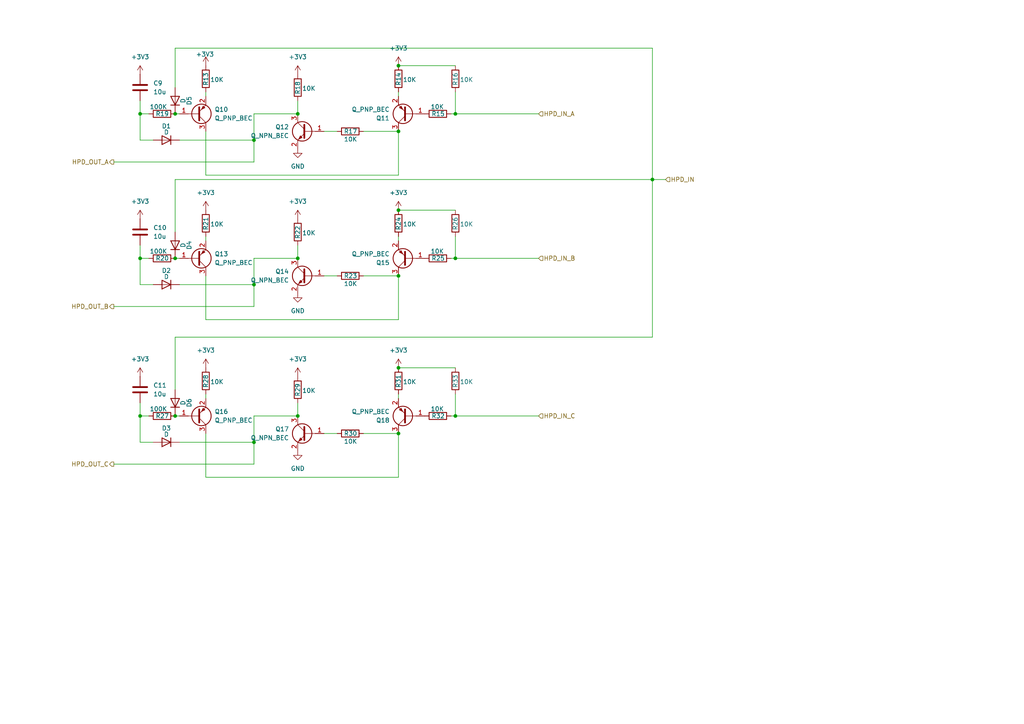
<source format=kicad_sch>
(kicad_sch (version 20250114) (generator "eeschema") (generator_version "9.0")
  (paper "A4")
  (lib_symbols
    (symbol "Device:C" (pin_numbers (hide yes)) (pin_names (offset 0.254))
      (property "Reference" "C" (at 0.635 2.54 0))
      (property "Value" "C" (at 0.635 -2.54 0))
      (symbol "C_0_1"
        (polyline (pts (xy -2.032 0.762) (xy 2.032 0.762)) (stroke (width 0.508)))
        (polyline (pts (xy -2.032 -0.762) (xy 2.032 -0.762)) (stroke (width 0.508)))
      )
      (symbol "C_1_1"
        (pin passive line (at 0 3.81 270) (length 2.794) (name "~") (number "1"))
        (pin passive line (at 0 -3.81 90) (length 2.794) (name "~") (number "2"))
      )
    )
    (symbol "Device:D" (pin_numbers (hide yes)) (pin_names (offset 1.016) (hide yes))
      (property "Reference" "D" (at 0 2.54 0))
      (property "Value" "D" (at 0 -2.54 0))
      (symbol "D_0_1"
        (polyline (pts (xy -1.27 1.27) (xy -1.27 -1.27)) (stroke (width 0.254)))
        (polyline (pts (xy 1.27 1.27) (xy 1.27 -1.27) (xy -1.27 0) (xy 1.27 1.27)) (stroke (width 0.254)))
        (polyline (pts (xy 1.27 0) (xy -1.27 0)))
      )
      (symbol "D_1_1"
        (pin passive line (at -3.81 0 0) (length 2.54) (name "K") (number "1"))
        (pin passive line (at 3.81 0 180) (length 2.54) (name "A") (number "2"))
      )
    )
    (symbol "Device:R" (pin_numbers (hide yes)) (pin_names (offset 0))
      (property "Reference" "R" (at 2.032 0 90))
      (property "Value" "R" (at 0 0 90))
      (symbol "R_0_1"
        (rectangle (start -1.016 -2.54) (end 1.016 2.54) (stroke (width 0.254)))
      )
      (symbol "R_1_1"
        (pin passive line (at 0 3.81 270) (length 1.27) (name "~") (number "1"))
        (pin passive line (at 0 -3.81 90) (length 1.27) (name "~") (number "2"))
      )
    )
    (symbol "Transistor_BJT:Q_NPN_BEC" (pin_names (offset 0) (hide yes))
      (property "Reference" "Q" (at 5.08 1.27 0))
      (property "Value" "Q_NPN_BEC" (at 5.08 -1.27 0))
      (symbol "Q_NPN_BEC_0_1"
        (polyline (pts (xy -2.54 0) (xy 0.635 0)))
        (polyline (pts (xy 0.635 1.905) (xy 0.635 -1.905)) (stroke (width 0.508)))
        (circle (center 1.27 0) (radius 2.8194) (stroke (width 0.254)))
      )
      (symbol "Q_NPN_BEC_1_1"
        (polyline (pts (xy 0.635 0.635) (xy 2.54 2.54)))
        (polyline (pts (xy 0.635 -0.635) (xy 2.54 -2.54)))
        (polyline (pts (xy 1.27 -1.778) (xy 1.778 -1.27) (xy 2.286 -2.286) (xy 1.27 -1.778)) (fill (type outline)))
        (pin input line (at -5.08 0 0) (length 2.54) (name "B") (number "1"))
        (pin passive line (at 2.54 5.08 270) (length 2.54) (name "C") (number "3"))
        (pin passive line (at 2.54 -5.08 90) (length 2.54) (name "E") (number "2"))
      )
    )
    (symbol "Transistor_BJT:Q_PNP_BEC" (pin_names (offset 0) (hide yes))
      (property "Reference" "Q" (at 5.08 1.27 0))
      (property "Value" "Q_PNP_BEC" (at 5.08 -1.27 0))
      (symbol "Q_PNP_BEC_0_1"
        (polyline (pts (xy -2.54 0) (xy 0.635 0)))
        (polyline (pts (xy 0.635 1.905) (xy 0.635 -1.905)) (stroke (width 0.508)))
        (polyline (pts (xy 0.635 0.635) (xy 2.54 2.54)))
        (polyline (pts (xy 0.635 -0.635) (xy 2.54 -2.54)))
        (circle (center 1.27 0) (radius 2.8194) (stroke (width 0.254)))
        (polyline (pts (xy 2.286 -1.778) (xy 1.778 -2.286) (xy 1.27 -1.27) (xy 2.286 -1.778)) (fill (type outline)))
      )
      (symbol "Q_PNP_BEC_1_1"
        (pin input line (at -5.08 0 0) (length 2.54) (name "B") (number "1"))
        (pin passive line (at 2.54 5.08 270) (length 2.54) (name "C") (number "3"))
        (pin passive line (at 2.54 -5.08 90) (length 2.54) (name "E") (number "2"))
      )
    )
    (symbol "power:+3V3" (power) (pin_numbers (hide yes)) (pin_names (offset 0) (hide yes))
      (property "Value" "+3V3" (at 0 3.556 0))
      (symbol "+3V3_0_1"
        (polyline (pts (xy -0.762 1.27) (xy 0 2.54)))
        (polyline (pts (xy 0 2.54) (xy 0.762 1.27)))
        (polyline (pts (xy 0 0) (xy 0 2.54)))
      )
      (symbol "+3V3_1_1"
        (pin power_in line (at 0 0 90) (length 0) (name "~") (number "1"))
      )
    )
    (symbol "power:GND" (power) (pin_numbers (hide yes)) (pin_names (offset 0) (hide yes))
      (property "Value" "GND" (at 0 -3.81 0))
      (symbol "GND_0_1"
        (polyline (pts (xy 0 0) (xy 0 -1.27) (xy 1.27 -1.27) (xy 0 -2.54) (xy -1.27 -1.27) (xy 0 -1.27)))
      )
      (symbol "GND_1_1"
        (pin power_in line (at 0 0 270) (length 0) (name "~") (number "1"))
      )
    )
  )
  (junction (at 115.57 19.05))
  (junction (at 132.08 33.02))
  (junction (at 73.66 82.55))
  (junction (at 50.8 33.02))
  (junction (at 115.57 80.01))
  (junction (at 50.8 120.65))
  (junction (at 73.66 128.27))
  (junction (at 86.36 33.02))
  (junction (at 115.57 125.73))
  (junction (at 132.08 74.93))
  (junction (at 189.23 52.07))
  (junction (at 115.57 38.1))
  (junction (at 86.36 74.93))
  (junction (at 40.64 120.65))
  (junction (at 50.8 74.93))
  (junction (at 86.36 120.65))
  (junction (at 73.66 40.64))
  (junction (at 115.57 106.68))
  (junction (at 40.64 74.93))
  (junction (at 115.57 60.96))
  (junction (at 132.08 120.65))
  (junction (at 40.64 33.02))
  (wire (pts (xy 50.8 67.31) (xy 50.8 52.07)))
  (wire (pts (xy 33.02 46.99) (xy 73.66 46.99)))
  (wire (pts (xy 115.57 114.3) (xy 115.57 115.57)))
  (wire (pts (xy 86.36 29.21) (xy 86.36 33.02)))
  (wire (pts (xy 50.8 97.79) (xy 189.23 97.79)))
  (wire (pts (xy 50.8 33.02) (xy 52.07 33.02)))
  (wire (pts (xy 59.69 69.85) (xy 59.69 68.58)))
  (wire (pts (xy 115.57 125.73) (xy 115.57 138.43)))
  (wire (pts (xy 132.08 33.02) (xy 156.21 33.02)))
  (wire (pts (xy 59.69 115.57) (xy 59.69 114.3)))
  (wire (pts (xy 73.66 82.55) (xy 73.66 88.9)))
  (wire (pts (xy 93.98 38.1) (xy 97.79 38.1)))
  (wire (pts (xy 59.69 27.94) (xy 59.69 26.67)))
  (wire (pts (xy 40.64 33.02) (xy 40.64 40.64)))
  (wire (pts (xy 189.23 52.07) (xy 193.04 52.07)))
  (wire (pts (xy 43.18 74.93) (xy 40.64 74.93)))
  (wire (pts (xy 73.66 33.02) (xy 73.66 40.64)))
  (wire (pts (xy 50.8 25.4) (xy 50.8 13.97)))
  (wire (pts (xy 115.57 80.01) (xy 115.57 92.71)))
  (wire (pts (xy 132.08 74.93) (xy 130.81 74.93)))
  (wire (pts (xy 44.45 128.27) (xy 40.64 128.27)))
  (wire (pts (xy 43.18 33.02) (xy 40.64 33.02)))
  (wire (pts (xy 115.57 19.05) (xy 132.08 19.05)))
  (wire (pts (xy 86.36 120.65) (xy 73.66 120.65)))
  (wire (pts (xy 73.66 128.27) (xy 73.66 134.62)))
  (wire (pts (xy 86.36 116.84) (xy 86.36 120.65)))
  (wire (pts (xy 132.08 74.93) (xy 156.21 74.93)))
  (wire (pts (xy 189.23 97.79) (xy 189.23 52.07)))
  (wire (pts (xy 132.08 120.65) (xy 156.21 120.65)))
  (wire (pts (xy 132.08 120.65) (xy 130.81 120.65)))
  (wire (pts (xy 44.45 82.55) (xy 40.64 82.55)))
  (wire (pts (xy 115.57 38.1) (xy 115.57 50.8)))
  (wire (pts (xy 115.57 68.58) (xy 115.57 69.85)))
  (wire (pts (xy 40.64 120.65) (xy 40.64 128.27)))
  (wire (pts (xy 50.8 74.93) (xy 52.07 74.93)))
  (wire (pts (xy 52.07 128.27) (xy 73.66 128.27)))
  (wire (pts (xy 132.08 26.67) (xy 132.08 33.02)))
  (wire (pts (xy 50.8 13.97) (xy 189.23 13.97)))
  (wire (pts (xy 59.69 80.01) (xy 59.69 92.71)))
  (wire (pts (xy 115.57 60.96) (xy 132.08 60.96)))
  (wire (pts (xy 93.98 125.73) (xy 97.79 125.73)))
  (wire (pts (xy 59.69 38.1) (xy 59.69 50.8)))
  (wire (pts (xy 50.8 113.03) (xy 50.8 97.79)))
  (wire (pts (xy 40.64 116.84) (xy 40.64 120.65)))
  (wire (pts (xy 189.23 13.97) (xy 189.23 52.07)))
  (wire (pts (xy 105.41 80.01) (xy 115.57 80.01)))
  (wire (pts (xy 86.36 74.93) (xy 73.66 74.93)))
  (wire (pts (xy 105.41 38.1) (xy 115.57 38.1)))
  (wire (pts (xy 115.57 138.43) (xy 59.69 138.43)))
  (wire (pts (xy 86.36 33.02) (xy 73.66 33.02)))
  (wire (pts (xy 59.69 125.73) (xy 59.69 138.43)))
  (wire (pts (xy 115.57 50.8) (xy 59.69 50.8)))
  (wire (pts (xy 132.08 68.58) (xy 132.08 74.93)))
  (wire (pts (xy 132.08 33.02) (xy 130.81 33.02)))
  (wire (pts (xy 52.07 40.64) (xy 73.66 40.64)))
  (wire (pts (xy 40.64 74.93) (xy 40.64 82.55)))
  (wire (pts (xy 86.36 71.12) (xy 86.36 74.93)))
  (wire (pts (xy 40.64 29.21) (xy 40.64 33.02)))
  (wire (pts (xy 33.02 134.62) (xy 73.66 134.62)))
  (wire (pts (xy 43.18 120.65) (xy 40.64 120.65)))
  (wire (pts (xy 50.8 120.65) (xy 52.07 120.65)))
  (wire (pts (xy 52.07 82.55) (xy 73.66 82.55)))
  (wire (pts (xy 105.41 125.73) (xy 115.57 125.73)))
  (wire (pts (xy 115.57 92.71) (xy 59.69 92.71)))
  (wire (pts (xy 73.66 40.64) (xy 73.66 46.99)))
  (wire (pts (xy 40.64 71.12) (xy 40.64 74.93)))
  (wire (pts (xy 44.45 40.64) (xy 40.64 40.64)))
  (wire (pts (xy 93.98 80.01) (xy 97.79 80.01)))
  (wire (pts (xy 50.8 52.07) (xy 189.23 52.07)))
  (wire (pts (xy 115.57 106.68) (xy 132.08 106.68)))
  (wire (pts (xy 115.57 26.67) (xy 115.57 27.94)))
  (wire (pts (xy 33.02 88.9) (xy 73.66 88.9)))
  (wire (pts (xy 132.08 114.3) (xy 132.08 120.65)))
  (wire (pts (xy 73.66 74.93) (xy 73.66 82.55)))
  (wire (pts (xy 73.66 120.65) (xy 73.66 128.27)))
  (hierarchical_label "HPD_OUT_A" (shape output) (at 33.02 46.99 180))
  (hierarchical_label "HPD_IN_C" (shape input) (at 156.21 120.65 0))
  (hierarchical_label "HPD_OUT_C" (shape output) (at 33.02 134.62 180))
  (hierarchical_label "HPD_OUT_B" (shape output) (at 33.02 88.9 180))
  (hierarchical_label "HPD_IN" (shape input) (at 193.04 52.07 0))
  (hierarchical_label "HPD_IN_B" (shape input) (at 156.21 74.93 0))
  (hierarchical_label "HPD_IN_A" (shape input) (at 156.21 33.02 0))
  (symbol (lib_id "Device:R") (at 86.36 25.4 0) (unit 1)
    (property "Reference" "R18" (at 86.36 27.432 90) (effects (justify left)))
    (property "Value" "10K" (at 87.63 25.654 0) (effects (justify left)))
    (property "Footprint" "Resistor_SMD:R_0402_1005Metric" (effects (hide yes)))
    (property "Description" "Resistor" (effects (hide yes)))
    (property "LCSC" "C102759" (effects (hide yes)))
    (property "LCSC Part" "C102759" (effects (hide yes)))
  )
  (symbol (lib_id "Transistor_BJT:Q_PNP_BEC") (at 57.15 74.93 0) (mirror x) (unit 1)
    (property "Reference" "Q13" (at 62.23 73.6599 0) (effects (justify left)))
    (property "Value" "Q_PNP_BEC" (at 62.23 76.1999 0) (effects (justify left)))
    (property "Footprint" "easyeda2kicad:SOT-23-3_L2.9-W1.3-P1.90-LS2.4-BR" (effects (hide yes)))
    (property "Description" "PNP transistor, base/emitter/collector" (effects (hide yes)))
    (property "LCSC" "C2891805" (effects (hide yes)))
    (property "LCSC Part" "C2891805" (effects (hide yes)))
  )
  (symbol (lib_id "power:+3V3") (at 86.36 21.59 0) (unit 1)
    (property "Reference" "#PWR019" (effects (hide yes)))
    (property "Value" "+3V3" (at 86.36 16.51 0))
    (property "Description" "Power symbol creates a global label with name \"+3V3\"" (effects (hide yes)))
  )
  (symbol (lib_id "power:+3V3") (at 59.69 60.96 0) (unit 1)
    (property "Reference" "#PWR023" (effects (hide yes)))
    (property "Value" "+3V3" (at 59.69 55.88 0))
    (property "Description" "Power symbol creates a global label with name \"+3V3\"" (effects (hide yes)))
  )
  (symbol (lib_id "power:GND") (at 86.36 43.18 0) (unit 1)
    (property "Reference" "#PWR021" (effects (hide yes)))
    (property "Value" "GND" (at 86.36 48.26 0))
    (property "Description" "Power symbol creates a global label with name \"GND\" , ground" (effects (hide yes)))
  )
  (symbol (lib_id "Device:D") (at 50.8 29.21 90) (unit 1)
    (property "Reference" "D5" (at 54.864 29.21 0))
    (property "Value" "D" (at 53.086 29.21 0))
    (property "Footprint" "easyeda2kicad:SOD-123FL_L2.8-W1.8-LS3.7-RD" (effects (hide yes)))
    (property "Description" "Diode" (effects (hide yes)))
    (property "Sim.Device" "D" (effects (hide yes)))
    (property "Sim.Pins" "1=K 2=A" (effects (hide yes)))
    (property "LCSC" "C5120763" (effects (hide yes)))
    (property "LCSC Part" "C5120763" (effects (hide yes)))
  )
  (symbol (lib_id "Device:R") (at 59.69 22.86 0) (unit 1)
    (property "Reference" "R13" (at 59.69 24.892 90) (effects (justify left)))
    (property "Value" "10K" (at 60.96 23.114 0) (effects (justify left)))
    (property "Footprint" "Resistor_SMD:R_0402_1005Metric" (effects (hide yes)))
    (property "Description" "Resistor" (effects (hide yes)))
    (property "LCSC" "C102759" (effects (hide yes)))
    (property "LCSC Part" "C102759" (effects (hide yes)))
  )
  (symbol (lib_id "Device:R") (at 46.99 74.93 90) (unit 1)
    (property "Reference" "R20" (at 49.022 74.93 90) (effects (justify left)))
    (property "Value" "100K" (at 48.514 72.898 90) (effects (justify left)))
    (property "Footprint" "Resistor_SMD:R_0402_1005Metric" (effects (hide yes)))
    (property "Description" "Resistor" (effects (hide yes)))
    (property "LCSC" "C3017514" (effects (hide yes)))
    (property "LCSC Part" "C3017514" (effects (hide yes)))
  )
  (symbol (lib_id "Device:D") (at 48.26 40.64 180) (unit 1)
    (property "Reference" "D1" (at 48.26 36.576 0))
    (property "Value" "D" (at 48.26 38.354 0))
    (property "Footprint" "easyeda2kicad:SOD-123FL_L2.8-W1.8-LS3.7-RD" (effects (hide yes)))
    (property "Description" "Diode" (effects (hide yes)))
    (property "Sim.Device" "D" (effects (hide yes)))
    (property "Sim.Pins" "1=K 2=A" (effects (hide yes)))
    (property "LCSC" "C5120763" (effects (hide yes)))
    (property "LCSC Part" "C5120763" (effects (hide yes)))
  )
  (symbol (lib_id "Transistor_BJT:Q_NPN_BEC") (at 88.9 80.01 0) (mirror y) (unit 1)
    (property "Reference" "Q14" (at 83.82 78.7399 0) (effects (justify left)))
    (property "Value" "Q_NPN_BEC" (at 83.82 81.2799 0) (effects (justify left)))
    (property "Footprint" "Package_TO_SOT_SMD:SOT-23" (effects (hide yes)))
    (property "Description" "NPN transistor, base/emitter/collector" (effects (hide yes)))
    (property "LCSC" "C5249680" (effects (hide yes)))
    (property "LCSC Part" "C5249680" (effects (hide yes)))
  )
  (symbol (lib_id "Device:R") (at 115.57 22.86 0) (unit 1)
    (property "Reference" "R14" (at 115.57 24.892 90) (effects (justify left)))
    (property "Value" "10K" (at 116.84 23.114 0) (effects (justify left)))
    (property "Footprint" "Resistor_SMD:R_0402_1005Metric" (effects (hide yes)))
    (property "Description" "Resistor" (effects (hide yes)))
    (property "LCSC" "C102759" (effects (hide yes)))
    (property "LCSC Part" "C102759" (effects (hide yes)))
  )
  (symbol (lib_id "Device:R") (at 59.69 64.77 0) (unit 1)
    (property "Reference" "R21" (at 59.69 66.802 90) (effects (justify left)))
    (property "Value" "10K" (at 60.96 65.024 0) (effects (justify left)))
    (property "Footprint" "Resistor_SMD:R_0402_1005Metric" (effects (hide yes)))
    (property "Description" "Resistor" (effects (hide yes)))
    (property "LCSC" "C102759" (effects (hide yes)))
    (property "LCSC Part" "C102759" (effects (hide yes)))
  )
  (symbol (lib_id "power:+3V3") (at 40.64 21.59 0) (unit 1)
    (property "Reference" "#PWR020" (effects (hide yes)))
    (property "Value" "+3V3" (at 40.64 16.51 0))
    (property "Description" "Power symbol creates a global label with name \"+3V3\"" (effects (hide yes)))
  )
  (symbol (lib_id "Device:R") (at 115.57 64.77 0) (unit 1)
    (property "Reference" "R24" (at 115.57 66.802 90) (effects (justify left)))
    (property "Value" "10K" (at 116.84 65.024 0) (effects (justify left)))
    (property "Footprint" "Resistor_SMD:R_0402_1005Metric" (effects (hide yes)))
    (property "Description" "Resistor" (effects (hide yes)))
    (property "LCSC" "C102759" (effects (hide yes)))
    (property "LCSC Part" "C102759" (effects (hide yes)))
  )
  (symbol (lib_id "Device:R") (at 115.57 110.49 0) (unit 1)
    (property "Reference" "R31" (at 115.57 112.522 90) (effects (justify left)))
    (property "Value" "10K" (at 116.84 110.744 0) (effects (justify left)))
    (property "Footprint" "Resistor_SMD:R_0402_1005Metric" (effects (hide yes)))
    (property "Description" "Resistor" (effects (hide yes)))
    (property "LCSC" "C102759" (effects (hide yes)))
    (property "LCSC Part" "C102759" (effects (hide yes)))
  )
  (symbol (lib_id "power:+3V3") (at 115.57 19.05 0) (unit 1)
    (property "Reference" "#PWR018" (effects (hide yes)))
    (property "Value" "+3V3" (at 115.57 13.97 0))
    (property "Description" "Power symbol creates a global label with name \"+3V3\"" (effects (hide yes)))
  )
  (symbol (lib_id "Device:D") (at 48.26 128.27 180) (unit 1)
    (property "Reference" "D3" (at 48.26 124.206 0))
    (property "Value" "D" (at 48.26 125.984 0))
    (property "Footprint" "easyeda2kicad:SOD-123FL_L2.8-W1.8-LS3.7-RD" (effects (hide yes)))
    (property "Description" "Diode" (effects (hide yes)))
    (property "Sim.Device" "D" (effects (hide yes)))
    (property "Sim.Pins" "1=K 2=A" (effects (hide yes)))
    (property "LCSC" "C5120763" (effects (hide yes)))
    (property "LCSC Part" "C5120763" (effects (hide yes)))
  )
  (symbol (lib_id "power:+3V3") (at 40.64 109.22 0) (unit 1)
    (property "Reference" "#PWR027" (effects (hide yes)))
    (property "Value" "+3V3" (at 40.64 104.14 0))
    (property "Description" "Power symbol creates a global label with name \"+3V3\"" (effects (hide yes)))
  )
  (symbol (lib_id "power:GND") (at 86.36 130.81 0) (unit 1)
    (property "Reference" "#PWR030" (effects (hide yes)))
    (property "Value" "GND" (at 86.36 135.89 0))
    (property "Description" "Power symbol creates a global label with name \"GND\" , ground" (effects (hide yes)))
  )
  (symbol (lib_id "Device:R") (at 132.08 110.49 0) (unit 1)
    (property "Reference" "R33" (at 132.08 112.522 90) (effects (justify left)))
    (property "Value" "10K" (at 133.35 110.744 0) (effects (justify left)))
    (property "Footprint" "Resistor_SMD:R_0402_1005Metric" (effects (hide yes)))
    (property "Description" "Resistor" (effects (hide yes)))
    (property "LCSC" "C102759" (effects (hide yes)))
    (property "LCSC Part" "C102759" (effects (hide yes)))
  )
  (symbol (lib_id "power:+3V3") (at 86.36 63.5 0) (unit 1)
    (property "Reference" "#PWR024" (effects (hide yes)))
    (property "Value" "+3V3" (at 86.36 58.42 0))
    (property "Description" "Power symbol creates a global label with name \"+3V3\"" (effects (hide yes)))
  )
  (symbol (lib_id "Device:D") (at 48.26 82.55 180) (unit 1)
    (property "Reference" "D2" (at 48.26 78.486 0))
    (property "Value" "D" (at 48.26 80.264 0))
    (property "Footprint" "easyeda2kicad:SOD-123FL_L2.8-W1.8-LS3.7-RD" (effects (hide yes)))
    (property "Description" "Diode" (effects (hide yes)))
    (property "Sim.Device" "D" (effects (hide yes)))
    (property "Sim.Pins" "1=K 2=A" (effects (hide yes)))
    (property "LCSC" "C5120763" (effects (hide yes)))
    (property "LCSC Part" "C5120763" (effects (hide yes)))
  )
  (symbol (lib_id "Device:R") (at 132.08 22.86 0) (unit 1)
    (property "Reference" "R16" (at 132.08 24.892 90) (effects (justify left)))
    (property "Value" "10K" (at 133.35 23.114 0) (effects (justify left)))
    (property "Footprint" "Resistor_SMD:R_0402_1005Metric" (effects (hide yes)))
    (property "Description" "Resistor" (effects (hide yes)))
    (property "LCSC" "C102759" (effects (hide yes)))
    (property "LCSC Part" "C102759" (effects (hide yes)))
  )
  (symbol (lib_id "Device:D") (at 50.8 116.84 90) (unit 1)
    (property "Reference" "D6" (at 54.864 116.84 0))
    (property "Value" "D" (at 53.086 116.84 0))
    (property "Footprint" "easyeda2kicad:SOD-123FL_L2.8-W1.8-LS3.7-RD" (effects (hide yes)))
    (property "Description" "Diode" (effects (hide yes)))
    (property "Sim.Device" "D" (effects (hide yes)))
    (property "Sim.Pins" "1=K 2=A" (effects (hide yes)))
    (property "LCSC" "C5120763" (effects (hide yes)))
    (property "LCSC Part" "C5120763" (effects (hide yes)))
  )
  (symbol (lib_id "power:+3V3") (at 59.69 19.05 0) (unit 1)
    (property "Reference" "#PWR017" (effects (hide yes)))
    (property "Value" "+3V3" (at 59.436 15.748 0))
    (property "Description" "Power symbol creates a global label with name \"+3V3\"" (effects (hide yes)))
  )
  (symbol (lib_id "Device:C") (at 40.64 113.03 0) (unit 1)
    (property "Reference" "C11" (at 44.45 111.7599 0) (effects (justify left)))
    (property "Value" "10u" (at 44.45 114.2999 0) (effects (justify left)))
    (property "Footprint" "Capacitor_SMD:C_0603_1608Metric" (effects (hide yes)))
    (property "Description" "Unpolarized capacitor" (effects (hide yes)))
    (property "LCSC" "C6119842" (effects (hide yes)))
    (property "LCSC Part" "C6119842" (effects (hide yes)))
  )
  (symbol (lib_id "Device:R") (at 101.6 38.1 90) (unit 1)
    (property "Reference" "R17" (at 103.632 38.1 90) (effects (justify left)))
    (property "Value" "10K" (at 103.632 40.386 90) (effects (justify left)))
    (property "Footprint" "Resistor_SMD:R_0402_1005Metric" (effects (hide yes)))
    (property "Description" "Resistor" (effects (hide yes)))
    (property "LCSC" "C102759" (effects (hide yes)))
    (property "LCSC Part" "C102759" (effects (hide yes)))
  )
  (symbol (lib_id "Device:R") (at 86.36 113.03 0) (unit 1)
    (property "Reference" "R29" (at 86.36 115.062 90) (effects (justify left)))
    (property "Value" "10K" (at 87.63 113.284 0) (effects (justify left)))
    (property "Footprint" "Resistor_SMD:R_0402_1005Metric" (effects (hide yes)))
    (property "Description" "Resistor" (effects (hide yes)))
    (property "LCSC" "C102759" (effects (hide yes)))
    (property "LCSC Part" "C102759" (effects (hide yes)))
  )
  (symbol (lib_id "Transistor_BJT:Q_NPN_BEC") (at 88.9 38.1 0) (mirror y) (unit 1)
    (property "Reference" "Q12" (at 83.82 36.8299 0) (effects (justify left)))
    (property "Value" "Q_NPN_BEC" (at 83.82 39.3699 0) (effects (justify left)))
    (property "Footprint" "Package_TO_SOT_SMD:SOT-23" (effects (hide yes)))
    (property "Description" "NPN transistor, base/emitter/collector" (effects (hide yes)))
    (property "LCSC" "C5249680" (effects (hide yes)))
    (property "LCSC Part" "C5249680" (effects (hide yes)))
  )
  (symbol (lib_id "power:+3V3") (at 115.57 60.96 0) (unit 1)
    (property "Reference" "#PWR026" (effects (hide yes)))
    (property "Value" "+3V3" (at 115.57 55.88 0))
    (property "Description" "Power symbol creates a global label with name \"+3V3\"" (effects (hide yes)))
  )
  (symbol (lib_id "Device:C") (at 40.64 67.31 0) (unit 1)
    (property "Reference" "C10" (at 44.45 66.0399 0) (effects (justify left)))
    (property "Value" "10u" (at 44.45 68.5799 0) (effects (justify left)))
    (property "Footprint" "Capacitor_SMD:C_0603_1608Metric" (effects (hide yes)))
    (property "Description" "Unpolarized capacitor" (effects (hide yes)))
    (property "LCSC" "C6119842" (effects (hide yes)))
    (property "LCSC Part" "C6119842" (effects (hide yes)))
  )
  (symbol (lib_id "Device:R") (at 127 120.65 90) (unit 1)
    (property "Reference" "R32" (at 129.032 120.65 90) (effects (justify left)))
    (property "Value" "10K" (at 128.778 118.618 90) (effects (justify left)))
    (property "Footprint" "Resistor_SMD:R_0402_1005Metric" (effects (hide yes)))
    (property "Description" "Resistor" (effects (hide yes)))
    (property "LCSC" "C102759" (effects (hide yes)))
    (property "LCSC Part" "C102759" (effects (hide yes)))
  )
  (symbol (lib_id "Device:D") (at 50.8 71.12 90) (unit 1)
    (property "Reference" "D4" (at 54.864 71.12 0))
    (property "Value" "D" (at 53.086 71.12 0))
    (property "Footprint" "easyeda2kicad:SOD-123FL_L2.8-W1.8-LS3.7-RD" (effects (hide yes)))
    (property "Description" "Diode" (effects (hide yes)))
    (property "Sim.Device" "D" (effects (hide yes)))
    (property "Sim.Pins" "1=K 2=A" (effects (hide yes)))
    (property "LCSC" "C5120763" (effects (hide yes)))
    (property "LCSC Part" "C5120763" (effects (hide yes)))
  )
  (symbol (lib_id "power:+3V3") (at 115.57 106.68 0) (unit 1)
    (property "Reference" "#PWR031" (effects (hide yes)))
    (property "Value" "+3V3" (at 115.57 101.6 0))
    (property "Description" "Power symbol creates a global label with name \"+3V3\"" (effects (hide yes)))
  )
  (symbol (lib_id "Device:R") (at 127 33.02 90) (unit 1)
    (property "Reference" "R15" (at 129.032 33.02 90) (effects (justify left)))
    (property "Value" "10K" (at 128.778 30.988 90) (effects (justify left)))
    (property "Footprint" "Resistor_SMD:R_0402_1005Metric" (effects (hide yes)))
    (property "Description" "Resistor" (effects (hide yes)))
    (property "LCSC" "C102759" (effects (hide yes)))
    (property "LCSC Part" "C102759" (effects (hide yes)))
  )
  (symbol (lib_id "Device:R") (at 59.69 110.49 0) (unit 1)
    (property "Reference" "R28" (at 59.69 112.522 90) (effects (justify left)))
    (property "Value" "10K" (at 60.96 110.744 0) (effects (justify left)))
    (property "Footprint" "Resistor_SMD:R_0402_1005Metric" (effects (hide yes)))
    (property "Description" "Resistor" (effects (hide yes)))
    (property "LCSC" "C102759" (effects (hide yes)))
    (property "LCSC Part" "C102759" (effects (hide yes)))
  )
  (symbol (lib_id "Device:R") (at 132.08 64.77 0) (unit 1)
    (property "Reference" "R26" (at 132.08 66.802 90) (effects (justify left)))
    (property "Value" "10K" (at 133.35 65.024 0) (effects (justify left)))
    (property "Footprint" "Resistor_SMD:R_0402_1005Metric" (effects (hide yes)))
    (property "Description" "Resistor" (effects (hide yes)))
    (property "LCSC" "C102759" (effects (hide yes)))
    (property "LCSC Part" "C102759" (effects (hide yes)))
  )
  (symbol (lib_id "Transistor_BJT:Q_NPN_BEC") (at 88.9 125.73 0) (mirror y) (unit 1)
    (property "Reference" "Q17" (at 83.82 124.4599 0) (effects (justify left)))
    (property "Value" "Q_NPN_BEC" (at 83.82 126.9999 0) (effects (justify left)))
    (property "Footprint" "Package_TO_SOT_SMD:SOT-23" (effects (hide yes)))
    (property "Description" "NPN transistor, base/emitter/collector" (effects (hide yes)))
    (property "LCSC" "C5249680" (effects (hide yes)))
    (property "LCSC Part" "C5249680" (effects (hide yes)))
  )
  (symbol (lib_id "Device:R") (at 101.6 80.01 90) (unit 1)
    (property "Reference" "R23" (at 103.632 80.01 90) (effects (justify left)))
    (property "Value" "10K" (at 103.632 82.296 90) (effects (justify left)))
    (property "Footprint" "Resistor_SMD:R_0402_1005Metric" (effects (hide yes)))
    (property "Description" "Resistor" (effects (hide yes)))
    (property "LCSC" "C102759" (effects (hide yes)))
    (property "LCSC Part" "C102759" (effects (hide yes)))
  )
  (symbol (lib_id "power:+3V3") (at 40.64 63.5 0) (unit 1)
    (property "Reference" "#PWR022" (effects (hide yes)))
    (property "Value" "+3V3" (at 40.64 58.42 0))
    (property "Description" "Power symbol creates a global label with name \"+3V3\"" (effects (hide yes)))
  )
  (symbol (lib_id "Transistor_BJT:Q_PNP_BEC") (at 118.11 33.02 180) (unit 1)
    (property "Reference" "Q11" (at 113.03 34.2901 0) (effects (justify left)))
    (property "Value" "Q_PNP_BEC" (at 113.03 31.7501 0) (effects (justify left)))
    (property "Footprint" "easyeda2kicad:SOT-23-3_L2.9-W1.3-P1.90-LS2.4-BR" (effects (hide yes)))
    (property "Description" "PNP transistor, base/emitter/collector" (effects (hide yes)))
    (property "LCSC" "C2891805" (effects (hide yes)))
    (property "LCSC Part" "C2891805" (effects (hide yes)))
  )
  (symbol (lib_id "Transistor_BJT:Q_PNP_BEC") (at 118.11 120.65 180) (unit 1)
    (property "Reference" "Q18" (at 113.03 121.9201 0) (effects (justify left)))
    (property "Value" "Q_PNP_BEC" (at 113.03 119.3801 0) (effects (justify left)))
    (property "Footprint" "easyeda2kicad:SOT-23-3_L2.9-W1.3-P1.90-LS2.4-BR" (effects (hide yes)))
    (property "Description" "PNP transistor, base/emitter/collector" (effects (hide yes)))
    (property "LCSC" "C2891805" (effects (hide yes)))
    (property "LCSC Part" "C2891805" (effects (hide yes)))
  )
  (symbol (lib_id "power:+3V3") (at 86.36 109.22 0) (unit 1)
    (property "Reference" "#PWR029" (effects (hide yes)))
    (property "Value" "+3V3" (at 86.36 104.14 0))
    (property "Description" "Power symbol creates a global label with name \"+3V3\"" (effects (hide yes)))
  )
  (symbol (lib_id "Device:R") (at 86.36 67.31 0) (unit 1)
    (property "Reference" "R22" (at 86.36 69.342 90) (effects (justify left)))
    (property "Value" "10K" (at 87.63 67.564 0) (effects (justify left)))
    (property "Footprint" "Resistor_SMD:R_0402_1005Metric" (effects (hide yes)))
    (property "Description" "Resistor" (effects (hide yes)))
    (property "LCSC" "C102759" (effects (hide yes)))
    (property "LCSC Part" "C102759" (effects (hide yes)))
  )
  (symbol (lib_id "Device:R") (at 46.99 33.02 90) (unit 1)
    (property "Reference" "R19" (at 49.022 33.02 90) (effects (justify left)))
    (property "Value" "100K" (at 48.514 30.988 90) (effects (justify left)))
    (property "Footprint" "Resistor_SMD:R_0402_1005Metric" (effects (hide yes)))
    (property "Description" "Resistor" (effects (hide yes)))
    (property "LCSC" "C3017514" (effects (hide yes)))
    (property "LCSC Part" "C3017514" (effects (hide yes)))
  )
  (symbol (lib_id "Device:R") (at 46.99 120.65 90) (unit 1)
    (property "Reference" "R27" (at 49.022 120.65 90) (effects (justify left)))
    (property "Value" "100K" (at 48.514 118.618 90) (effects (justify left)))
    (property "Footprint" "Resistor_SMD:R_0402_1005Metric" (effects (hide yes)))
    (property "Description" "Resistor" (effects (hide yes)))
    (property "LCSC" "C3017514" (effects (hide yes)))
    (property "LCSC Part" "C3017514" (effects (hide yes)))
  )
  (symbol (lib_id "Transistor_BJT:Q_PNP_BEC") (at 57.15 33.02 0) (mirror x) (unit 1)
    (property "Reference" "Q10" (at 62.23 31.7499 0) (effects (justify left)))
    (property "Value" "Q_PNP_BEC" (at 62.23 34.2899 0) (effects (justify left)))
    (property "Footprint" "easyeda2kicad:SOT-23-3_L2.9-W1.3-P1.90-LS2.4-BR" (effects (hide yes)))
    (property "Description" "PNP transistor, base/emitter/collector" (effects (hide yes)))
    (property "LCSC" "C2891805" (effects (hide yes)))
    (property "LCSC Part" "C2891805" (effects (hide yes)))
  )
  (symbol (lib_id "Device:C") (at 40.64 25.4 0) (unit 1)
    (property "Reference" "C9" (at 44.45 24.1299 0) (effects (justify left)))
    (property "Value" "10u" (at 44.45 26.6699 0) (effects (justify left)))
    (property "Footprint" "Capacitor_SMD:C_0603_1608Metric" (effects (hide yes)))
    (property "Description" "Unpolarized capacitor" (effects (hide yes)))
    (property "LCSC" "C6119842" (effects (hide yes)))
    (property "LCSC Part" "C6119842" (effects (hide yes)))
  )
  (symbol (lib_id "Device:R") (at 101.6 125.73 90) (unit 1)
    (property "Reference" "R30" (at 103.632 125.73 90) (effects (justify left)))
    (property "Value" "10K" (at 103.632 128.016 90) (effects (justify left)))
    (property "Footprint" "Resistor_SMD:R_0402_1005Metric" (effects (hide yes)))
    (property "Description" "Resistor" (effects (hide yes)))
    (property "LCSC" "C102759" (effects (hide yes)))
    (property "LCSC Part" "C102759" (effects (hide yes)))
  )
  (symbol (lib_id "Transistor_BJT:Q_PNP_BEC") (at 118.11 74.93 180) (unit 1)
    (property "Reference" "Q15" (at 113.03 76.2001 0) (effects (justify left)))
    (property "Value" "Q_PNP_BEC" (at 113.03 73.6601 0) (effects (justify left)))
    (property "Footprint" "easyeda2kicad:SOT-23-3_L2.9-W1.3-P1.90-LS2.4-BR" (effects (hide yes)))
    (property "Description" "PNP transistor, base/emitter/collector" (effects (hide yes)))
    (property "LCSC" "C2891805" (effects (hide yes)))
    (property "LCSC Part" "C2891805" (effects (hide yes)))
  )
  (symbol (lib_id "power:GND") (at 86.36 85.09 0) (unit 1)
    (property "Reference" "#PWR025" (effects (hide yes)))
    (property "Value" "GND" (at 86.36 90.17 0))
    (property "Description" "Power symbol creates a global label with name \"GND\" , ground" (effects (hide yes)))
  )
  (symbol (lib_id "power:+3V3") (at 59.69 106.68 0) (unit 1)
    (property "Reference" "#PWR028" (effects (hide yes)))
    (property "Value" "+3V3" (at 59.69 101.6 0))
    (property "Description" "Power symbol creates a global label with name \"+3V3\"" (effects (hide yes)))
  )
  (symbol (lib_id "Transistor_BJT:Q_PNP_BEC") (at 57.15 120.65 0) (mirror x) (unit 1)
    (property "Reference" "Q16" (at 62.23 119.3799 0) (effects (justify left)))
    (property "Value" "Q_PNP_BEC" (at 62.23 121.9199 0) (effects (justify left)))
    (property "Footprint" "easyeda2kicad:SOT-23-3_L2.9-W1.3-P1.90-LS2.4-BR" (effects (hide yes)))
    (property "Description" "PNP transistor, base/emitter/collector" (effects (hide yes)))
    (property "LCSC" "C2891805" (effects (hide yes)))
    (property "LCSC Part" "C2891805" (effects (hide yes)))
  )
  (symbol (lib_id "Device:R") (at 127 74.93 90) (unit 1)
    (property "Reference" "R25" (at 129.032 74.93 90) (effects (justify left)))
    (property "Value" "10K" (at 128.778 72.898 90) (effects (justify left)))
    (property "Footprint" "Resistor_SMD:R_0402_1005Metric" (effects (hide yes)))
    (property "Description" "Resistor" (effects (hide yes)))
    (property "LCSC" "C102759" (effects (hide yes)))
    (property "LCSC Part" "C102759" (effects (hide yes)))
  )
)
</source>
